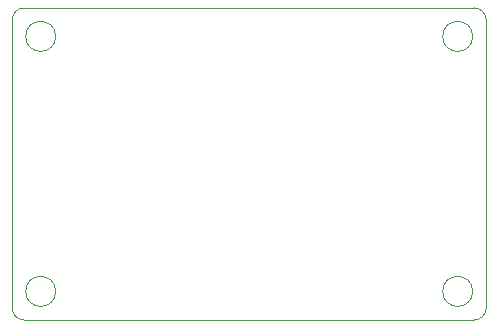
<source format=gbr>
G04 #@! TF.GenerationSoftware,KiCad,Pcbnew,(5.1.4)-1*
G04 #@! TF.CreationDate,2019-10-17T13:45:54+02:00*
G04 #@! TF.ProjectId,Project3_ArduinoClone,50726f6a-6563-4743-935f-41726475696e,v1*
G04 #@! TF.SameCoordinates,Original*
G04 #@! TF.FileFunction,Profile,NP*
%FSLAX46Y46*%
G04 Gerber Fmt 4.6, Leading zero omitted, Abs format (unit mm)*
G04 Created by KiCad (PCBNEW (5.1.4)-1) date 2019-10-17 13:45:54*
%MOMM*%
%LPD*%
G04 APERTURE LIST*
%ADD10C,0.050000*%
G04 APERTURE END LIST*
D10*
X116586000Y-122555000D02*
G75*
G03X116586000Y-122555000I-1270000J0D01*
G01*
X116586000Y-144145000D02*
G75*
G03X116586000Y-144145000I-1270000J0D01*
G01*
X81280000Y-144145000D02*
G75*
G03X81280000Y-144145000I-1270000J0D01*
G01*
X81280000Y-122555000D02*
G75*
G03X81280000Y-122555000I-1270000J0D01*
G01*
X117729000Y-145542000D02*
G75*
G02X116713000Y-146558000I-1016000J0D01*
G01*
X116713000Y-120142000D02*
G75*
G02X117729000Y-121158000I0J-1016000D01*
G01*
X77597000Y-121158000D02*
G75*
G02X78613000Y-120142000I1016000J0D01*
G01*
X78613000Y-146558000D02*
G75*
G02X77597000Y-145542000I0J1016000D01*
G01*
X117729000Y-145542000D02*
X117729000Y-121158000D01*
X78613000Y-146558000D02*
X116713000Y-146558000D01*
X77597000Y-121158000D02*
X77597000Y-145542000D01*
X116713000Y-120142000D02*
X78613000Y-120142000D01*
M02*

</source>
